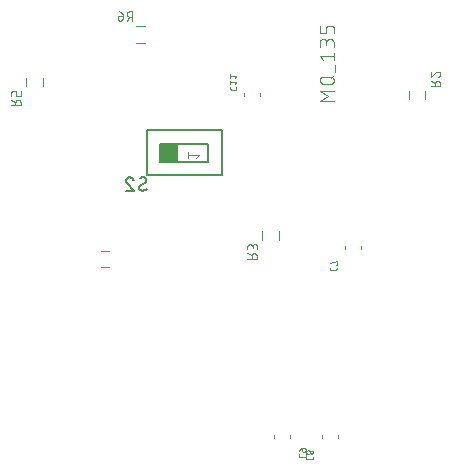
<source format=gbr>
G04 EAGLE Gerber RS-274X export*
G75*
%MOMM*%
%FSLAX34Y34*%
%LPD*%
%INSilkscreen Bottom*%
%IPPOS*%
%AMOC8*
5,1,8,0,0,1.08239X$1,22.5*%
G01*
%ADD10C,0.120000*%
%ADD11C,0.076200*%
%ADD12C,0.101600*%
%ADD13C,0.152400*%
%ADD14R,1.524000X1.524000*%
%ADD15C,0.127000*%
%ADD16C,0.050800*%


D10*
X176400Y813000D02*
X183600Y813000D01*
X183600Y827000D02*
X176400Y827000D01*
X451000Y955400D02*
X451000Y962600D01*
X437000Y962600D02*
X437000Y955400D01*
D11*
X455681Y966432D02*
X463619Y966432D01*
X463619Y968637D01*
X463617Y968729D01*
X463611Y968822D01*
X463602Y968913D01*
X463588Y969005D01*
X463571Y969095D01*
X463550Y969185D01*
X463525Y969274D01*
X463496Y969362D01*
X463464Y969449D01*
X463428Y969534D01*
X463389Y969617D01*
X463346Y969699D01*
X463300Y969779D01*
X463251Y969857D01*
X463198Y969933D01*
X463142Y970007D01*
X463083Y970078D01*
X463021Y970146D01*
X462957Y970212D01*
X462889Y970276D01*
X462820Y970336D01*
X462747Y970393D01*
X462672Y970448D01*
X462595Y970499D01*
X462517Y970547D01*
X462436Y970591D01*
X462353Y970632D01*
X462268Y970670D01*
X462183Y970704D01*
X462095Y970734D01*
X462007Y970761D01*
X461918Y970784D01*
X461827Y970803D01*
X461736Y970818D01*
X461644Y970830D01*
X461552Y970838D01*
X461460Y970842D01*
X461368Y970842D01*
X461276Y970838D01*
X461184Y970830D01*
X461092Y970818D01*
X461001Y970803D01*
X460910Y970784D01*
X460821Y970761D01*
X460733Y970734D01*
X460645Y970704D01*
X460560Y970670D01*
X460475Y970632D01*
X460392Y970591D01*
X460312Y970547D01*
X460233Y970499D01*
X460156Y970448D01*
X460081Y970393D01*
X460008Y970336D01*
X459939Y970276D01*
X459871Y970212D01*
X459807Y970146D01*
X459745Y970078D01*
X459686Y970007D01*
X459630Y969933D01*
X459577Y969857D01*
X459528Y969779D01*
X459482Y969699D01*
X459439Y969617D01*
X459400Y969534D01*
X459364Y969449D01*
X459332Y969362D01*
X459303Y969274D01*
X459278Y969185D01*
X459257Y969095D01*
X459240Y969005D01*
X459226Y968913D01*
X459217Y968822D01*
X459211Y968729D01*
X459209Y968637D01*
X459209Y966432D01*
X459209Y969078D02*
X455681Y970842D01*
X461635Y978620D02*
X461722Y978618D01*
X461808Y978612D01*
X461894Y978603D01*
X461980Y978590D01*
X462065Y978573D01*
X462149Y978552D01*
X462232Y978528D01*
X462314Y978500D01*
X462395Y978469D01*
X462474Y978434D01*
X462552Y978396D01*
X462628Y978354D01*
X462702Y978309D01*
X462774Y978261D01*
X462843Y978210D01*
X462911Y978156D01*
X462976Y978098D01*
X463039Y978039D01*
X463098Y977976D01*
X463156Y977911D01*
X463210Y977843D01*
X463261Y977774D01*
X463309Y977702D01*
X463354Y977628D01*
X463396Y977552D01*
X463434Y977474D01*
X463469Y977395D01*
X463500Y977314D01*
X463528Y977232D01*
X463552Y977149D01*
X463573Y977065D01*
X463590Y976980D01*
X463603Y976894D01*
X463612Y976808D01*
X463618Y976722D01*
X463620Y976635D01*
X463619Y976635D02*
X463617Y976535D01*
X463611Y976435D01*
X463601Y976335D01*
X463588Y976236D01*
X463570Y976137D01*
X463548Y976039D01*
X463523Y975942D01*
X463494Y975846D01*
X463461Y975752D01*
X463425Y975658D01*
X463384Y975567D01*
X463341Y975477D01*
X463293Y975388D01*
X463243Y975302D01*
X463189Y975217D01*
X463131Y975135D01*
X463071Y975055D01*
X463007Y974978D01*
X462941Y974903D01*
X462871Y974831D01*
X462799Y974761D01*
X462724Y974695D01*
X462646Y974631D01*
X462566Y974571D01*
X462484Y974514D01*
X462400Y974460D01*
X462313Y974409D01*
X462225Y974362D01*
X462135Y974318D01*
X462043Y974278D01*
X461949Y974242D01*
X461855Y974209D01*
X460091Y977958D02*
X460155Y978023D01*
X460222Y978084D01*
X460291Y978143D01*
X460363Y978199D01*
X460437Y978252D01*
X460513Y978301D01*
X460592Y978347D01*
X460672Y978390D01*
X460754Y978429D01*
X460837Y978465D01*
X460922Y978497D01*
X461008Y978526D01*
X461096Y978551D01*
X461184Y978572D01*
X461273Y978589D01*
X461363Y978603D01*
X461453Y978612D01*
X461544Y978618D01*
X461635Y978620D01*
X460091Y977958D02*
X455681Y974209D01*
X455681Y978619D01*
D10*
X327000Y843600D02*
X327000Y836400D01*
X313000Y836400D02*
X313000Y843600D01*
D11*
X308319Y820381D02*
X300381Y820381D01*
X308319Y820381D02*
X308319Y822586D01*
X308317Y822678D01*
X308311Y822771D01*
X308302Y822862D01*
X308288Y822954D01*
X308271Y823044D01*
X308250Y823134D01*
X308225Y823223D01*
X308196Y823311D01*
X308164Y823398D01*
X308128Y823483D01*
X308089Y823566D01*
X308046Y823648D01*
X308000Y823728D01*
X307951Y823806D01*
X307898Y823882D01*
X307842Y823956D01*
X307783Y824027D01*
X307721Y824095D01*
X307657Y824161D01*
X307589Y824225D01*
X307520Y824285D01*
X307447Y824342D01*
X307372Y824397D01*
X307295Y824448D01*
X307217Y824496D01*
X307136Y824540D01*
X307053Y824581D01*
X306968Y824619D01*
X306883Y824653D01*
X306795Y824683D01*
X306707Y824710D01*
X306618Y824733D01*
X306527Y824752D01*
X306436Y824767D01*
X306344Y824779D01*
X306252Y824787D01*
X306160Y824791D01*
X306068Y824791D01*
X305976Y824787D01*
X305884Y824779D01*
X305792Y824767D01*
X305701Y824752D01*
X305610Y824733D01*
X305521Y824710D01*
X305433Y824683D01*
X305345Y824653D01*
X305260Y824619D01*
X305175Y824581D01*
X305092Y824540D01*
X305012Y824496D01*
X304933Y824448D01*
X304856Y824397D01*
X304781Y824342D01*
X304708Y824285D01*
X304639Y824225D01*
X304571Y824161D01*
X304507Y824095D01*
X304445Y824027D01*
X304386Y823956D01*
X304330Y823882D01*
X304277Y823806D01*
X304228Y823728D01*
X304182Y823648D01*
X304139Y823566D01*
X304100Y823483D01*
X304064Y823398D01*
X304032Y823311D01*
X304003Y823223D01*
X303978Y823134D01*
X303957Y823044D01*
X303940Y822954D01*
X303926Y822862D01*
X303917Y822771D01*
X303911Y822678D01*
X303909Y822586D01*
X303909Y820381D01*
X303909Y823027D02*
X300381Y824791D01*
X300381Y828158D02*
X300381Y830363D01*
X300383Y830455D01*
X300389Y830548D01*
X300398Y830639D01*
X300412Y830731D01*
X300429Y830821D01*
X300450Y830911D01*
X300475Y831000D01*
X300504Y831088D01*
X300536Y831175D01*
X300572Y831260D01*
X300611Y831343D01*
X300654Y831425D01*
X300700Y831505D01*
X300749Y831583D01*
X300802Y831659D01*
X300858Y831733D01*
X300917Y831804D01*
X300979Y831872D01*
X301043Y831938D01*
X301111Y832002D01*
X301180Y832062D01*
X301253Y832119D01*
X301328Y832174D01*
X301405Y832225D01*
X301484Y832273D01*
X301564Y832317D01*
X301647Y832358D01*
X301732Y832396D01*
X301817Y832430D01*
X301905Y832460D01*
X301993Y832487D01*
X302082Y832510D01*
X302173Y832529D01*
X302264Y832544D01*
X302356Y832556D01*
X302448Y832564D01*
X302540Y832568D01*
X302632Y832568D01*
X302724Y832564D01*
X302816Y832556D01*
X302908Y832544D01*
X302999Y832529D01*
X303090Y832510D01*
X303179Y832487D01*
X303267Y832460D01*
X303355Y832430D01*
X303440Y832396D01*
X303525Y832358D01*
X303608Y832317D01*
X303689Y832273D01*
X303767Y832225D01*
X303844Y832174D01*
X303919Y832119D01*
X303992Y832062D01*
X304061Y832002D01*
X304129Y831938D01*
X304193Y831872D01*
X304255Y831804D01*
X304314Y831733D01*
X304370Y831659D01*
X304423Y831583D01*
X304472Y831505D01*
X304518Y831425D01*
X304561Y831343D01*
X304600Y831260D01*
X304636Y831175D01*
X304668Y831088D01*
X304697Y831000D01*
X304722Y830911D01*
X304743Y830821D01*
X304760Y830731D01*
X304774Y830639D01*
X304783Y830548D01*
X304789Y830455D01*
X304791Y830363D01*
X308319Y830804D02*
X308319Y828158D01*
X308319Y830804D02*
X308317Y830887D01*
X308311Y830969D01*
X308302Y831051D01*
X308288Y831133D01*
X308271Y831214D01*
X308250Y831294D01*
X308225Y831373D01*
X308196Y831450D01*
X308164Y831527D01*
X308129Y831601D01*
X308090Y831674D01*
X308047Y831745D01*
X308001Y831814D01*
X307952Y831881D01*
X307900Y831945D01*
X307845Y832007D01*
X307788Y832066D01*
X307727Y832122D01*
X307664Y832176D01*
X307599Y832226D01*
X307531Y832274D01*
X307461Y832318D01*
X307389Y832358D01*
X307315Y832396D01*
X307240Y832430D01*
X307163Y832460D01*
X307084Y832487D01*
X307005Y832510D01*
X306924Y832529D01*
X306843Y832544D01*
X306761Y832556D01*
X306679Y832564D01*
X306596Y832568D01*
X306514Y832568D01*
X306431Y832564D01*
X306349Y832556D01*
X306267Y832544D01*
X306186Y832529D01*
X306105Y832510D01*
X306026Y832487D01*
X305947Y832460D01*
X305870Y832430D01*
X305795Y832396D01*
X305721Y832358D01*
X305649Y832318D01*
X305579Y832274D01*
X305511Y832226D01*
X305446Y832176D01*
X305383Y832122D01*
X305322Y832066D01*
X305265Y832007D01*
X305210Y831945D01*
X305158Y831881D01*
X305109Y831814D01*
X305063Y831745D01*
X305020Y831674D01*
X304981Y831601D01*
X304946Y831527D01*
X304914Y831450D01*
X304885Y831373D01*
X304860Y831294D01*
X304839Y831214D01*
X304822Y831133D01*
X304808Y831051D01*
X304799Y830969D01*
X304793Y830887D01*
X304791Y830804D01*
X304791Y829040D01*
D12*
X361808Y954108D02*
X373492Y954108D01*
X368299Y958003D02*
X361808Y954108D01*
X368299Y958003D02*
X361808Y961897D01*
X373492Y961897D01*
X370246Y967997D02*
X365054Y967997D01*
X364941Y967999D01*
X364828Y968005D01*
X364715Y968015D01*
X364602Y968029D01*
X364490Y968046D01*
X364379Y968068D01*
X364269Y968093D01*
X364159Y968123D01*
X364051Y968156D01*
X363944Y968193D01*
X363838Y968233D01*
X363734Y968278D01*
X363631Y968326D01*
X363530Y968377D01*
X363431Y968432D01*
X363334Y968490D01*
X363239Y968552D01*
X363146Y968617D01*
X363056Y968685D01*
X362968Y968756D01*
X362882Y968831D01*
X362799Y968908D01*
X362719Y968988D01*
X362642Y969071D01*
X362567Y969157D01*
X362496Y969245D01*
X362428Y969335D01*
X362363Y969428D01*
X362301Y969523D01*
X362243Y969620D01*
X362188Y969719D01*
X362137Y969820D01*
X362089Y969923D01*
X362044Y970027D01*
X362004Y970133D01*
X361967Y970240D01*
X361934Y970348D01*
X361904Y970458D01*
X361879Y970568D01*
X361857Y970679D01*
X361840Y970791D01*
X361826Y970904D01*
X361816Y971017D01*
X361810Y971130D01*
X361808Y971243D01*
X361810Y971356D01*
X361816Y971469D01*
X361826Y971582D01*
X361840Y971695D01*
X361857Y971807D01*
X361879Y971918D01*
X361904Y972028D01*
X361934Y972138D01*
X361967Y972246D01*
X362004Y972353D01*
X362044Y972459D01*
X362089Y972563D01*
X362137Y972666D01*
X362188Y972767D01*
X362243Y972866D01*
X362301Y972963D01*
X362363Y973058D01*
X362428Y973151D01*
X362496Y973241D01*
X362567Y973329D01*
X362642Y973415D01*
X362719Y973498D01*
X362799Y973578D01*
X362882Y973655D01*
X362968Y973730D01*
X363056Y973801D01*
X363146Y973869D01*
X363239Y973934D01*
X363334Y973996D01*
X363431Y974054D01*
X363530Y974109D01*
X363631Y974160D01*
X363734Y974208D01*
X363838Y974253D01*
X363944Y974293D01*
X364051Y974330D01*
X364159Y974363D01*
X364269Y974393D01*
X364379Y974418D01*
X364490Y974440D01*
X364602Y974457D01*
X364715Y974471D01*
X364828Y974481D01*
X364941Y974487D01*
X365054Y974489D01*
X365054Y974488D02*
X370246Y974488D01*
X370246Y974489D02*
X370359Y974487D01*
X370472Y974481D01*
X370585Y974471D01*
X370698Y974457D01*
X370810Y974440D01*
X370921Y974418D01*
X371031Y974393D01*
X371141Y974363D01*
X371249Y974330D01*
X371356Y974293D01*
X371462Y974253D01*
X371566Y974208D01*
X371669Y974160D01*
X371770Y974109D01*
X371869Y974054D01*
X371966Y973996D01*
X372061Y973934D01*
X372154Y973869D01*
X372244Y973801D01*
X372332Y973730D01*
X372418Y973655D01*
X372501Y973578D01*
X372581Y973498D01*
X372658Y973415D01*
X372733Y973329D01*
X372804Y973241D01*
X372872Y973151D01*
X372937Y973058D01*
X372999Y972963D01*
X373057Y972866D01*
X373112Y972767D01*
X373163Y972666D01*
X373211Y972563D01*
X373256Y972459D01*
X373296Y972353D01*
X373333Y972246D01*
X373366Y972138D01*
X373396Y972028D01*
X373421Y971918D01*
X373443Y971807D01*
X373460Y971695D01*
X373474Y971582D01*
X373484Y971469D01*
X373490Y971356D01*
X373492Y971243D01*
X373490Y971130D01*
X373484Y971017D01*
X373474Y970904D01*
X373460Y970791D01*
X373443Y970679D01*
X373421Y970568D01*
X373396Y970458D01*
X373366Y970348D01*
X373333Y970240D01*
X373296Y970133D01*
X373256Y970027D01*
X373211Y969923D01*
X373163Y969820D01*
X373112Y969719D01*
X373057Y969620D01*
X372999Y969523D01*
X372937Y969428D01*
X372872Y969335D01*
X372804Y969245D01*
X372733Y969157D01*
X372658Y969071D01*
X372581Y968988D01*
X372501Y968908D01*
X372418Y968831D01*
X372332Y968756D01*
X372244Y968685D01*
X372154Y968617D01*
X372061Y968552D01*
X371966Y968490D01*
X371869Y968432D01*
X371770Y968377D01*
X371669Y968326D01*
X371566Y968278D01*
X371462Y968233D01*
X371356Y968193D01*
X371249Y968156D01*
X371141Y968123D01*
X371031Y968093D01*
X370921Y968068D01*
X370810Y968046D01*
X370698Y968029D01*
X370585Y968015D01*
X370472Y968005D01*
X370359Y967999D01*
X370246Y967997D01*
X370896Y973190D02*
X373492Y975787D01*
X374790Y978647D02*
X374790Y983840D01*
X364404Y988285D02*
X361808Y991531D01*
X373492Y991531D01*
X373492Y994776D02*
X373492Y988285D01*
X373492Y999715D02*
X373492Y1002961D01*
X373490Y1003074D01*
X373484Y1003187D01*
X373474Y1003300D01*
X373460Y1003413D01*
X373443Y1003525D01*
X373421Y1003636D01*
X373396Y1003746D01*
X373366Y1003856D01*
X373333Y1003964D01*
X373296Y1004071D01*
X373256Y1004177D01*
X373211Y1004281D01*
X373163Y1004384D01*
X373112Y1004485D01*
X373057Y1004584D01*
X372999Y1004681D01*
X372937Y1004776D01*
X372872Y1004869D01*
X372804Y1004959D01*
X372733Y1005047D01*
X372658Y1005133D01*
X372581Y1005216D01*
X372501Y1005296D01*
X372418Y1005373D01*
X372332Y1005448D01*
X372244Y1005519D01*
X372154Y1005587D01*
X372061Y1005652D01*
X371966Y1005714D01*
X371869Y1005772D01*
X371770Y1005827D01*
X371669Y1005878D01*
X371566Y1005926D01*
X371462Y1005971D01*
X371356Y1006011D01*
X371249Y1006048D01*
X371141Y1006081D01*
X371031Y1006111D01*
X370921Y1006136D01*
X370810Y1006158D01*
X370698Y1006175D01*
X370585Y1006189D01*
X370472Y1006199D01*
X370359Y1006205D01*
X370246Y1006207D01*
X370133Y1006205D01*
X370020Y1006199D01*
X369907Y1006189D01*
X369794Y1006175D01*
X369682Y1006158D01*
X369571Y1006136D01*
X369461Y1006111D01*
X369351Y1006081D01*
X369243Y1006048D01*
X369136Y1006011D01*
X369030Y1005971D01*
X368926Y1005926D01*
X368823Y1005878D01*
X368722Y1005827D01*
X368623Y1005772D01*
X368526Y1005714D01*
X368431Y1005652D01*
X368338Y1005587D01*
X368248Y1005519D01*
X368160Y1005448D01*
X368074Y1005373D01*
X367991Y1005296D01*
X367911Y1005216D01*
X367834Y1005133D01*
X367759Y1005047D01*
X367688Y1004959D01*
X367620Y1004869D01*
X367555Y1004776D01*
X367493Y1004681D01*
X367435Y1004584D01*
X367380Y1004485D01*
X367329Y1004384D01*
X367281Y1004281D01*
X367236Y1004177D01*
X367196Y1004071D01*
X367159Y1003964D01*
X367126Y1003856D01*
X367096Y1003746D01*
X367071Y1003636D01*
X367049Y1003525D01*
X367032Y1003413D01*
X367018Y1003300D01*
X367008Y1003187D01*
X367002Y1003074D01*
X367000Y1002961D01*
X361808Y1003610D02*
X361808Y999715D01*
X361808Y1003610D02*
X361810Y1003711D01*
X361816Y1003811D01*
X361826Y1003911D01*
X361839Y1004011D01*
X361857Y1004110D01*
X361878Y1004209D01*
X361903Y1004306D01*
X361932Y1004403D01*
X361965Y1004498D01*
X362001Y1004592D01*
X362041Y1004684D01*
X362084Y1004775D01*
X362131Y1004864D01*
X362181Y1004951D01*
X362235Y1005037D01*
X362292Y1005120D01*
X362352Y1005200D01*
X362415Y1005279D01*
X362482Y1005355D01*
X362551Y1005428D01*
X362623Y1005498D01*
X362697Y1005566D01*
X362774Y1005631D01*
X362854Y1005692D01*
X362936Y1005751D01*
X363020Y1005806D01*
X363106Y1005858D01*
X363194Y1005907D01*
X363284Y1005952D01*
X363376Y1005994D01*
X363469Y1006032D01*
X363564Y1006066D01*
X363659Y1006097D01*
X363756Y1006124D01*
X363854Y1006147D01*
X363953Y1006167D01*
X364053Y1006182D01*
X364153Y1006194D01*
X364253Y1006202D01*
X364354Y1006206D01*
X364454Y1006206D01*
X364555Y1006202D01*
X364655Y1006194D01*
X364755Y1006182D01*
X364855Y1006167D01*
X364954Y1006147D01*
X365052Y1006124D01*
X365149Y1006097D01*
X365244Y1006066D01*
X365339Y1006032D01*
X365432Y1005994D01*
X365524Y1005952D01*
X365614Y1005907D01*
X365702Y1005858D01*
X365788Y1005806D01*
X365872Y1005751D01*
X365954Y1005692D01*
X366034Y1005631D01*
X366111Y1005566D01*
X366185Y1005498D01*
X366257Y1005428D01*
X366326Y1005355D01*
X366393Y1005279D01*
X366456Y1005200D01*
X366516Y1005120D01*
X366573Y1005037D01*
X366627Y1004951D01*
X366677Y1004864D01*
X366724Y1004775D01*
X366767Y1004684D01*
X366807Y1004592D01*
X366843Y1004498D01*
X366876Y1004403D01*
X366905Y1004306D01*
X366930Y1004209D01*
X366951Y1004110D01*
X366969Y1004011D01*
X366982Y1003911D01*
X366992Y1003811D01*
X366998Y1003711D01*
X367000Y1003610D01*
X367001Y1003610D02*
X367001Y1001013D01*
X373492Y1011145D02*
X373492Y1015040D01*
X373490Y1015139D01*
X373484Y1015239D01*
X373475Y1015338D01*
X373462Y1015436D01*
X373445Y1015534D01*
X373424Y1015632D01*
X373399Y1015728D01*
X373371Y1015823D01*
X373339Y1015917D01*
X373304Y1016010D01*
X373265Y1016102D01*
X373222Y1016192D01*
X373177Y1016280D01*
X373127Y1016367D01*
X373075Y1016451D01*
X373019Y1016534D01*
X372961Y1016614D01*
X372899Y1016692D01*
X372834Y1016767D01*
X372766Y1016840D01*
X372696Y1016910D01*
X372623Y1016978D01*
X372548Y1017043D01*
X372470Y1017105D01*
X372390Y1017163D01*
X372307Y1017219D01*
X372223Y1017271D01*
X372136Y1017321D01*
X372048Y1017366D01*
X371958Y1017409D01*
X371866Y1017448D01*
X371773Y1017483D01*
X371679Y1017515D01*
X371584Y1017543D01*
X371488Y1017568D01*
X371390Y1017589D01*
X371292Y1017606D01*
X371194Y1017619D01*
X371095Y1017628D01*
X370995Y1017634D01*
X370896Y1017636D01*
X369597Y1017636D01*
X369498Y1017634D01*
X369398Y1017628D01*
X369299Y1017619D01*
X369201Y1017606D01*
X369103Y1017589D01*
X369005Y1017568D01*
X368909Y1017543D01*
X368814Y1017515D01*
X368720Y1017483D01*
X368627Y1017448D01*
X368535Y1017409D01*
X368445Y1017366D01*
X368357Y1017321D01*
X368270Y1017271D01*
X368186Y1017219D01*
X368103Y1017163D01*
X368023Y1017105D01*
X367945Y1017043D01*
X367870Y1016978D01*
X367797Y1016910D01*
X367727Y1016840D01*
X367659Y1016767D01*
X367594Y1016692D01*
X367532Y1016614D01*
X367474Y1016534D01*
X367418Y1016451D01*
X367366Y1016367D01*
X367316Y1016280D01*
X367271Y1016192D01*
X367228Y1016102D01*
X367189Y1016010D01*
X367154Y1015917D01*
X367122Y1015823D01*
X367094Y1015728D01*
X367069Y1015632D01*
X367048Y1015534D01*
X367031Y1015436D01*
X367018Y1015338D01*
X367009Y1015239D01*
X367003Y1015139D01*
X367001Y1015040D01*
X367001Y1011145D01*
X361808Y1011145D01*
X361808Y1017636D01*
D13*
X279004Y929050D02*
X279004Y890950D01*
X214996Y890950D01*
X214996Y929050D01*
X279004Y929050D01*
X226680Y917620D02*
X226680Y902380D01*
X267320Y902380D02*
X267320Y917620D01*
X267320Y902380D02*
X226680Y902380D01*
X226680Y917620D02*
X267320Y917620D01*
D11*
X259319Y908278D02*
X257231Y905668D01*
X259319Y908278D02*
X249921Y908278D01*
X249921Y905668D02*
X249921Y910889D01*
D14*
X234300Y910000D03*
D15*
X208684Y880475D02*
X208686Y880375D01*
X208692Y880276D01*
X208702Y880176D01*
X208715Y880078D01*
X208733Y879979D01*
X208754Y879882D01*
X208779Y879786D01*
X208808Y879690D01*
X208841Y879596D01*
X208877Y879503D01*
X208917Y879412D01*
X208961Y879322D01*
X209008Y879234D01*
X209058Y879148D01*
X209112Y879064D01*
X209169Y878982D01*
X209229Y878903D01*
X209293Y878825D01*
X209359Y878751D01*
X209428Y878679D01*
X209500Y878610D01*
X209574Y878544D01*
X209652Y878480D01*
X209731Y878420D01*
X209813Y878363D01*
X209897Y878309D01*
X209983Y878259D01*
X210071Y878212D01*
X210161Y878168D01*
X210252Y878128D01*
X210345Y878092D01*
X210439Y878059D01*
X210535Y878030D01*
X210631Y878005D01*
X210728Y877984D01*
X210827Y877966D01*
X210925Y877953D01*
X211025Y877943D01*
X211124Y877937D01*
X211224Y877935D01*
X211365Y877937D01*
X211506Y877942D01*
X211647Y877952D01*
X211788Y877965D01*
X211928Y877981D01*
X212068Y878002D01*
X212207Y878026D01*
X212346Y878054D01*
X212483Y878085D01*
X212620Y878120D01*
X212756Y878158D01*
X212891Y878200D01*
X213024Y878246D01*
X213157Y878295D01*
X213288Y878348D01*
X213417Y878404D01*
X213546Y878463D01*
X213672Y878526D01*
X213797Y878592D01*
X213920Y878661D01*
X214041Y878734D01*
X214160Y878810D01*
X214278Y878889D01*
X214393Y878970D01*
X214505Y879055D01*
X214616Y879143D01*
X214724Y879234D01*
X214830Y879327D01*
X214933Y879424D01*
X215034Y879523D01*
X214717Y886825D02*
X214715Y886925D01*
X214709Y887024D01*
X214699Y887124D01*
X214686Y887222D01*
X214668Y887321D01*
X214647Y887418D01*
X214622Y887514D01*
X214593Y887610D01*
X214560Y887704D01*
X214524Y887797D01*
X214484Y887888D01*
X214440Y887978D01*
X214393Y888066D01*
X214343Y888152D01*
X214289Y888236D01*
X214232Y888318D01*
X214172Y888397D01*
X214108Y888475D01*
X214042Y888549D01*
X213973Y888621D01*
X213901Y888690D01*
X213827Y888756D01*
X213749Y888820D01*
X213670Y888880D01*
X213588Y888937D01*
X213504Y888991D01*
X213418Y889041D01*
X213330Y889088D01*
X213240Y889132D01*
X213149Y889172D01*
X213056Y889208D01*
X212962Y889241D01*
X212866Y889270D01*
X212770Y889295D01*
X212673Y889316D01*
X212574Y889334D01*
X212476Y889347D01*
X212376Y889357D01*
X212277Y889363D01*
X212177Y889365D01*
X212177Y889366D02*
X212044Y889364D01*
X211911Y889359D01*
X211778Y889349D01*
X211645Y889336D01*
X211513Y889319D01*
X211381Y889299D01*
X211250Y889275D01*
X211120Y889247D01*
X210990Y889216D01*
X210862Y889181D01*
X210734Y889142D01*
X210608Y889100D01*
X210483Y889054D01*
X210359Y889005D01*
X210236Y888953D01*
X210115Y888897D01*
X209996Y888837D01*
X209878Y888775D01*
X209763Y888709D01*
X209649Y888640D01*
X209537Y888567D01*
X209427Y888492D01*
X209319Y888413D01*
X213447Y884602D02*
X213531Y884654D01*
X213614Y884709D01*
X213694Y884768D01*
X213772Y884829D01*
X213847Y884893D01*
X213920Y884961D01*
X213991Y885031D01*
X214058Y885103D01*
X214123Y885178D01*
X214185Y885256D01*
X214244Y885336D01*
X214300Y885418D01*
X214352Y885502D01*
X214401Y885588D01*
X214447Y885676D01*
X214490Y885766D01*
X214529Y885857D01*
X214564Y885950D01*
X214596Y886044D01*
X214624Y886139D01*
X214649Y886235D01*
X214669Y886332D01*
X214687Y886430D01*
X214700Y886528D01*
X214709Y886627D01*
X214715Y886726D01*
X214717Y886825D01*
X209954Y882698D02*
X209870Y882646D01*
X209787Y882591D01*
X209707Y882532D01*
X209629Y882471D01*
X209554Y882407D01*
X209481Y882339D01*
X209410Y882269D01*
X209343Y882197D01*
X209278Y882122D01*
X209216Y882044D01*
X209157Y881964D01*
X209101Y881882D01*
X209049Y881798D01*
X209000Y881712D01*
X208954Y881624D01*
X208911Y881534D01*
X208872Y881443D01*
X208837Y881350D01*
X208805Y881256D01*
X208777Y881161D01*
X208752Y881065D01*
X208732Y880968D01*
X208714Y880870D01*
X208701Y880772D01*
X208692Y880673D01*
X208686Y880574D01*
X208684Y880475D01*
X209954Y882698D02*
X213447Y884603D01*
X200493Y889366D02*
X200389Y889364D01*
X200284Y889358D01*
X200180Y889349D01*
X200077Y889336D01*
X199974Y889318D01*
X199872Y889298D01*
X199770Y889273D01*
X199670Y889245D01*
X199570Y889213D01*
X199472Y889177D01*
X199375Y889138D01*
X199280Y889096D01*
X199186Y889050D01*
X199094Y889000D01*
X199004Y888948D01*
X198916Y888892D01*
X198830Y888832D01*
X198746Y888770D01*
X198665Y888705D01*
X198586Y888637D01*
X198509Y888565D01*
X198436Y888492D01*
X198364Y888415D01*
X198296Y888336D01*
X198231Y888255D01*
X198169Y888171D01*
X198109Y888085D01*
X198053Y887997D01*
X198001Y887907D01*
X197951Y887815D01*
X197905Y887721D01*
X197863Y887626D01*
X197824Y887529D01*
X197788Y887431D01*
X197756Y887331D01*
X197728Y887231D01*
X197703Y887129D01*
X197683Y887027D01*
X197665Y886924D01*
X197652Y886821D01*
X197643Y886717D01*
X197637Y886612D01*
X197635Y886508D01*
X200493Y889365D02*
X200611Y889363D01*
X200730Y889357D01*
X200848Y889348D01*
X200965Y889335D01*
X201082Y889317D01*
X201199Y889297D01*
X201315Y889272D01*
X201430Y889244D01*
X201543Y889211D01*
X201656Y889176D01*
X201768Y889136D01*
X201878Y889094D01*
X201987Y889047D01*
X202095Y888997D01*
X202200Y888944D01*
X202304Y888887D01*
X202406Y888827D01*
X202506Y888764D01*
X202604Y888697D01*
X202700Y888628D01*
X202793Y888555D01*
X202884Y888479D01*
X202973Y888401D01*
X203059Y888319D01*
X203142Y888235D01*
X203223Y888149D01*
X203300Y888059D01*
X203375Y887968D01*
X203447Y887874D01*
X203516Y887777D01*
X203581Y887679D01*
X203644Y887578D01*
X203703Y887475D01*
X203759Y887371D01*
X203811Y887265D01*
X203860Y887157D01*
X203905Y887048D01*
X203947Y886937D01*
X203985Y886825D01*
X198587Y884286D02*
X198511Y884361D01*
X198436Y884440D01*
X198365Y884521D01*
X198296Y884605D01*
X198231Y884691D01*
X198169Y884779D01*
X198109Y884869D01*
X198053Y884961D01*
X198000Y885056D01*
X197951Y885152D01*
X197905Y885250D01*
X197862Y885349D01*
X197823Y885450D01*
X197788Y885552D01*
X197756Y885655D01*
X197728Y885759D01*
X197703Y885864D01*
X197682Y885971D01*
X197665Y886077D01*
X197652Y886184D01*
X197643Y886292D01*
X197637Y886400D01*
X197635Y886508D01*
X198588Y884285D02*
X203985Y877935D01*
X197635Y877935D01*
D10*
X113000Y966400D02*
X113000Y973600D01*
X127000Y973600D02*
X127000Y966400D01*
D11*
X108319Y950381D02*
X100381Y950381D01*
X108319Y950381D02*
X108319Y952586D01*
X108317Y952678D01*
X108311Y952771D01*
X108302Y952862D01*
X108288Y952954D01*
X108271Y953044D01*
X108250Y953134D01*
X108225Y953223D01*
X108196Y953311D01*
X108164Y953398D01*
X108128Y953483D01*
X108089Y953566D01*
X108046Y953648D01*
X108000Y953728D01*
X107951Y953806D01*
X107898Y953882D01*
X107842Y953956D01*
X107783Y954027D01*
X107721Y954095D01*
X107657Y954161D01*
X107589Y954225D01*
X107520Y954285D01*
X107447Y954342D01*
X107372Y954397D01*
X107295Y954448D01*
X107217Y954496D01*
X107136Y954540D01*
X107053Y954581D01*
X106968Y954619D01*
X106883Y954653D01*
X106795Y954683D01*
X106707Y954710D01*
X106618Y954733D01*
X106527Y954752D01*
X106436Y954767D01*
X106344Y954779D01*
X106252Y954787D01*
X106160Y954791D01*
X106068Y954791D01*
X105976Y954787D01*
X105884Y954779D01*
X105792Y954767D01*
X105701Y954752D01*
X105610Y954733D01*
X105521Y954710D01*
X105433Y954683D01*
X105345Y954653D01*
X105260Y954619D01*
X105175Y954581D01*
X105092Y954540D01*
X105012Y954496D01*
X104933Y954448D01*
X104856Y954397D01*
X104781Y954342D01*
X104708Y954285D01*
X104639Y954225D01*
X104571Y954161D01*
X104507Y954095D01*
X104445Y954027D01*
X104386Y953956D01*
X104330Y953882D01*
X104277Y953806D01*
X104228Y953728D01*
X104182Y953648D01*
X104139Y953566D01*
X104100Y953483D01*
X104064Y953398D01*
X104032Y953311D01*
X104003Y953223D01*
X103978Y953134D01*
X103957Y953044D01*
X103940Y952954D01*
X103926Y952862D01*
X103917Y952771D01*
X103911Y952678D01*
X103909Y952586D01*
X103909Y950381D01*
X103909Y953027D02*
X100381Y954791D01*
X100381Y958158D02*
X100381Y960804D01*
X100383Y960885D01*
X100389Y960967D01*
X100398Y961048D01*
X100411Y961128D01*
X100428Y961208D01*
X100448Y961287D01*
X100472Y961365D01*
X100500Y961441D01*
X100531Y961517D01*
X100566Y961590D01*
X100604Y961662D01*
X100645Y961733D01*
X100690Y961801D01*
X100737Y961867D01*
X100788Y961931D01*
X100841Y961992D01*
X100898Y962051D01*
X100957Y962108D01*
X101018Y962161D01*
X101082Y962212D01*
X101148Y962259D01*
X101216Y962304D01*
X101287Y962345D01*
X101359Y962383D01*
X101432Y962418D01*
X101508Y962449D01*
X101584Y962477D01*
X101662Y962501D01*
X101741Y962521D01*
X101821Y962538D01*
X101901Y962551D01*
X101982Y962560D01*
X102064Y962566D01*
X102145Y962568D01*
X103027Y962568D01*
X103108Y962566D01*
X103190Y962560D01*
X103271Y962551D01*
X103351Y962538D01*
X103431Y962521D01*
X103510Y962501D01*
X103588Y962477D01*
X103664Y962449D01*
X103740Y962418D01*
X103813Y962383D01*
X103885Y962345D01*
X103956Y962304D01*
X104024Y962259D01*
X104090Y962212D01*
X104154Y962161D01*
X104215Y962108D01*
X104274Y962051D01*
X104331Y961992D01*
X104384Y961931D01*
X104435Y961867D01*
X104482Y961801D01*
X104527Y961733D01*
X104568Y961662D01*
X104606Y961590D01*
X104641Y961517D01*
X104672Y961441D01*
X104700Y961365D01*
X104724Y961287D01*
X104744Y961208D01*
X104761Y961128D01*
X104774Y961048D01*
X104783Y960967D01*
X104789Y960885D01*
X104791Y960804D01*
X104791Y958158D01*
X108319Y958158D01*
X108319Y962568D01*
D10*
X206400Y1003000D02*
X213600Y1003000D01*
X213600Y1017000D02*
X206400Y1017000D01*
D11*
X202568Y1021681D02*
X202568Y1029619D01*
X200363Y1029619D01*
X200271Y1029617D01*
X200178Y1029611D01*
X200087Y1029602D01*
X199995Y1029588D01*
X199905Y1029571D01*
X199815Y1029550D01*
X199726Y1029525D01*
X199638Y1029496D01*
X199551Y1029464D01*
X199466Y1029428D01*
X199383Y1029389D01*
X199301Y1029346D01*
X199221Y1029300D01*
X199143Y1029251D01*
X199067Y1029198D01*
X198993Y1029142D01*
X198922Y1029083D01*
X198854Y1029021D01*
X198788Y1028957D01*
X198724Y1028889D01*
X198664Y1028820D01*
X198607Y1028747D01*
X198552Y1028672D01*
X198501Y1028595D01*
X198453Y1028517D01*
X198409Y1028436D01*
X198368Y1028353D01*
X198330Y1028268D01*
X198296Y1028183D01*
X198266Y1028095D01*
X198239Y1028007D01*
X198216Y1027918D01*
X198197Y1027827D01*
X198182Y1027736D01*
X198170Y1027644D01*
X198162Y1027552D01*
X198158Y1027460D01*
X198158Y1027368D01*
X198162Y1027276D01*
X198170Y1027184D01*
X198182Y1027092D01*
X198197Y1027001D01*
X198216Y1026910D01*
X198239Y1026821D01*
X198266Y1026733D01*
X198296Y1026645D01*
X198330Y1026560D01*
X198368Y1026475D01*
X198409Y1026392D01*
X198453Y1026312D01*
X198501Y1026233D01*
X198552Y1026156D01*
X198607Y1026081D01*
X198664Y1026008D01*
X198724Y1025939D01*
X198788Y1025871D01*
X198854Y1025807D01*
X198922Y1025745D01*
X198993Y1025686D01*
X199067Y1025630D01*
X199143Y1025577D01*
X199221Y1025528D01*
X199301Y1025482D01*
X199383Y1025439D01*
X199466Y1025400D01*
X199551Y1025364D01*
X199638Y1025332D01*
X199726Y1025303D01*
X199815Y1025278D01*
X199905Y1025257D01*
X199995Y1025240D01*
X200087Y1025226D01*
X200178Y1025217D01*
X200271Y1025211D01*
X200363Y1025209D01*
X202568Y1025209D01*
X199922Y1025209D02*
X198158Y1021681D01*
X194791Y1026091D02*
X192145Y1026091D01*
X192064Y1026089D01*
X191982Y1026083D01*
X191901Y1026074D01*
X191821Y1026061D01*
X191741Y1026044D01*
X191662Y1026024D01*
X191584Y1026000D01*
X191508Y1025972D01*
X191432Y1025941D01*
X191359Y1025906D01*
X191287Y1025868D01*
X191216Y1025827D01*
X191148Y1025782D01*
X191082Y1025735D01*
X191018Y1025684D01*
X190957Y1025631D01*
X190898Y1025574D01*
X190841Y1025515D01*
X190788Y1025454D01*
X190737Y1025390D01*
X190690Y1025324D01*
X190645Y1025256D01*
X190604Y1025185D01*
X190566Y1025113D01*
X190531Y1025040D01*
X190500Y1024964D01*
X190472Y1024888D01*
X190448Y1024810D01*
X190428Y1024731D01*
X190411Y1024651D01*
X190398Y1024571D01*
X190389Y1024490D01*
X190383Y1024408D01*
X190381Y1024327D01*
X190381Y1023886D01*
X190383Y1023794D01*
X190389Y1023701D01*
X190398Y1023610D01*
X190412Y1023518D01*
X190429Y1023428D01*
X190450Y1023338D01*
X190475Y1023249D01*
X190504Y1023161D01*
X190536Y1023074D01*
X190572Y1022989D01*
X190611Y1022906D01*
X190654Y1022824D01*
X190700Y1022744D01*
X190749Y1022666D01*
X190802Y1022590D01*
X190858Y1022516D01*
X190917Y1022445D01*
X190979Y1022377D01*
X191043Y1022311D01*
X191111Y1022247D01*
X191180Y1022187D01*
X191253Y1022130D01*
X191328Y1022075D01*
X191405Y1022024D01*
X191484Y1021976D01*
X191564Y1021932D01*
X191647Y1021891D01*
X191732Y1021853D01*
X191817Y1021819D01*
X191905Y1021789D01*
X191993Y1021762D01*
X192082Y1021739D01*
X192173Y1021720D01*
X192264Y1021705D01*
X192356Y1021693D01*
X192448Y1021685D01*
X192540Y1021681D01*
X192632Y1021681D01*
X192724Y1021685D01*
X192816Y1021693D01*
X192908Y1021705D01*
X192999Y1021720D01*
X193090Y1021739D01*
X193179Y1021762D01*
X193267Y1021789D01*
X193355Y1021819D01*
X193440Y1021853D01*
X193525Y1021891D01*
X193608Y1021932D01*
X193689Y1021976D01*
X193767Y1022024D01*
X193844Y1022075D01*
X193919Y1022130D01*
X193992Y1022187D01*
X194061Y1022247D01*
X194129Y1022311D01*
X194193Y1022377D01*
X194255Y1022445D01*
X194314Y1022516D01*
X194370Y1022590D01*
X194423Y1022666D01*
X194472Y1022744D01*
X194518Y1022824D01*
X194561Y1022906D01*
X194600Y1022989D01*
X194636Y1023074D01*
X194668Y1023161D01*
X194697Y1023249D01*
X194722Y1023338D01*
X194743Y1023428D01*
X194760Y1023518D01*
X194774Y1023610D01*
X194783Y1023701D01*
X194789Y1023794D01*
X194791Y1023886D01*
X194791Y1026091D01*
X194789Y1026209D01*
X194783Y1026327D01*
X194773Y1026444D01*
X194760Y1026561D01*
X194742Y1026678D01*
X194720Y1026794D01*
X194695Y1026909D01*
X194666Y1027023D01*
X194633Y1027136D01*
X194596Y1027248D01*
X194555Y1027359D01*
X194511Y1027468D01*
X194463Y1027576D01*
X194412Y1027682D01*
X194357Y1027786D01*
X194298Y1027889D01*
X194237Y1027989D01*
X194172Y1028088D01*
X194103Y1028184D01*
X194032Y1028277D01*
X193957Y1028369D01*
X193880Y1028458D01*
X193799Y1028544D01*
X193716Y1028627D01*
X193630Y1028708D01*
X193541Y1028785D01*
X193449Y1028860D01*
X193356Y1028931D01*
X193260Y1029000D01*
X193161Y1029065D01*
X193061Y1029126D01*
X192958Y1029185D01*
X192854Y1029240D01*
X192748Y1029291D01*
X192640Y1029339D01*
X192531Y1029383D01*
X192420Y1029424D01*
X192308Y1029461D01*
X192195Y1029494D01*
X192081Y1029523D01*
X191966Y1029548D01*
X191850Y1029570D01*
X191733Y1029588D01*
X191616Y1029601D01*
X191499Y1029611D01*
X191381Y1029617D01*
X191263Y1029619D01*
D10*
X396800Y831350D02*
X396800Y828650D01*
X383200Y828650D02*
X383200Y831350D01*
D16*
X370254Y812738D02*
X370254Y811496D01*
X370256Y811426D01*
X370262Y811357D01*
X370272Y811288D01*
X370285Y811220D01*
X370303Y811152D01*
X370324Y811086D01*
X370349Y811021D01*
X370377Y810957D01*
X370409Y810895D01*
X370444Y810835D01*
X370483Y810777D01*
X370525Y810722D01*
X370570Y810668D01*
X370618Y810618D01*
X370668Y810570D01*
X370722Y810525D01*
X370777Y810483D01*
X370835Y810444D01*
X370895Y810409D01*
X370957Y810377D01*
X371021Y810349D01*
X371086Y810324D01*
X371152Y810303D01*
X371220Y810285D01*
X371288Y810272D01*
X371357Y810262D01*
X371426Y810256D01*
X371496Y810254D01*
X374600Y810254D01*
X374670Y810256D01*
X374739Y810262D01*
X374808Y810272D01*
X374876Y810285D01*
X374944Y810303D01*
X375010Y810324D01*
X375075Y810349D01*
X375139Y810377D01*
X375201Y810409D01*
X375261Y810444D01*
X375319Y810483D01*
X375374Y810525D01*
X375428Y810570D01*
X375478Y810618D01*
X375526Y810668D01*
X375571Y810722D01*
X375613Y810777D01*
X375652Y810835D01*
X375687Y810895D01*
X375719Y810957D01*
X375747Y811021D01*
X375772Y811086D01*
X375793Y811152D01*
X375811Y811220D01*
X375824Y811288D01*
X375834Y811357D01*
X375840Y811426D01*
X375842Y811496D01*
X375842Y812738D01*
X375842Y814842D02*
X375221Y814842D01*
X375842Y814842D02*
X375842Y817947D01*
X370254Y816394D01*
D10*
X363200Y671350D02*
X363200Y668650D01*
X376800Y668650D02*
X376800Y671350D01*
D16*
X350254Y652738D02*
X350254Y651496D01*
X350256Y651426D01*
X350262Y651357D01*
X350272Y651288D01*
X350285Y651220D01*
X350303Y651152D01*
X350324Y651086D01*
X350349Y651021D01*
X350377Y650957D01*
X350409Y650895D01*
X350444Y650835D01*
X350483Y650777D01*
X350525Y650722D01*
X350570Y650668D01*
X350618Y650618D01*
X350668Y650570D01*
X350722Y650525D01*
X350777Y650483D01*
X350835Y650444D01*
X350895Y650409D01*
X350957Y650377D01*
X351021Y650349D01*
X351086Y650324D01*
X351152Y650303D01*
X351220Y650285D01*
X351288Y650272D01*
X351357Y650262D01*
X351426Y650256D01*
X351496Y650254D01*
X354600Y650254D01*
X354670Y650256D01*
X354739Y650262D01*
X354808Y650272D01*
X354876Y650285D01*
X354944Y650303D01*
X355010Y650324D01*
X355075Y650349D01*
X355139Y650377D01*
X355201Y650409D01*
X355261Y650444D01*
X355319Y650483D01*
X355374Y650525D01*
X355428Y650570D01*
X355478Y650618D01*
X355526Y650668D01*
X355571Y650722D01*
X355613Y650777D01*
X355652Y650835D01*
X355687Y650895D01*
X355719Y650957D01*
X355747Y651021D01*
X355772Y651086D01*
X355793Y651152D01*
X355811Y651220D01*
X355824Y651288D01*
X355834Y651357D01*
X355840Y651426D01*
X355842Y651496D01*
X355842Y652738D01*
X351806Y654842D02*
X351883Y654844D01*
X351961Y654850D01*
X352037Y654859D01*
X352114Y654873D01*
X352189Y654890D01*
X352263Y654911D01*
X352337Y654936D01*
X352409Y654964D01*
X352479Y654996D01*
X352548Y655031D01*
X352615Y655070D01*
X352680Y655112D01*
X352743Y655157D01*
X352804Y655205D01*
X352862Y655256D01*
X352917Y655310D01*
X352970Y655367D01*
X353019Y655426D01*
X353066Y655488D01*
X353110Y655552D01*
X353150Y655618D01*
X353187Y655686D01*
X353221Y655756D01*
X353251Y655827D01*
X353277Y655900D01*
X353300Y655974D01*
X353319Y656049D01*
X353334Y656124D01*
X353346Y656201D01*
X353354Y656278D01*
X353358Y656355D01*
X353358Y656433D01*
X353354Y656510D01*
X353346Y656587D01*
X353334Y656664D01*
X353319Y656739D01*
X353300Y656814D01*
X353277Y656888D01*
X353251Y656961D01*
X353221Y657032D01*
X353187Y657102D01*
X353150Y657170D01*
X353110Y657236D01*
X353066Y657300D01*
X353019Y657362D01*
X352970Y657421D01*
X352917Y657478D01*
X352862Y657532D01*
X352804Y657583D01*
X352743Y657631D01*
X352680Y657676D01*
X352615Y657718D01*
X352548Y657757D01*
X352479Y657792D01*
X352409Y657824D01*
X352337Y657852D01*
X352263Y657877D01*
X352189Y657898D01*
X352114Y657915D01*
X352037Y657929D01*
X351961Y657938D01*
X351883Y657944D01*
X351806Y657946D01*
X351729Y657944D01*
X351651Y657938D01*
X351575Y657929D01*
X351498Y657915D01*
X351423Y657898D01*
X351349Y657877D01*
X351275Y657852D01*
X351203Y657824D01*
X351133Y657792D01*
X351064Y657757D01*
X350997Y657718D01*
X350932Y657676D01*
X350869Y657631D01*
X350808Y657583D01*
X350750Y657532D01*
X350695Y657478D01*
X350642Y657421D01*
X350593Y657362D01*
X350546Y657300D01*
X350502Y657236D01*
X350462Y657170D01*
X350425Y657102D01*
X350391Y657032D01*
X350361Y656961D01*
X350335Y656888D01*
X350312Y656814D01*
X350293Y656739D01*
X350278Y656664D01*
X350266Y656587D01*
X350258Y656510D01*
X350254Y656433D01*
X350254Y656355D01*
X350258Y656278D01*
X350266Y656201D01*
X350278Y656124D01*
X350293Y656049D01*
X350312Y655974D01*
X350335Y655900D01*
X350361Y655827D01*
X350391Y655756D01*
X350425Y655686D01*
X350462Y655618D01*
X350502Y655552D01*
X350546Y655488D01*
X350593Y655426D01*
X350642Y655367D01*
X350695Y655310D01*
X350750Y655256D01*
X350808Y655205D01*
X350869Y655157D01*
X350932Y655112D01*
X350997Y655070D01*
X351064Y655031D01*
X351133Y654996D01*
X351203Y654964D01*
X351275Y654936D01*
X351349Y654911D01*
X351423Y654890D01*
X351498Y654873D01*
X351575Y654859D01*
X351651Y654850D01*
X351729Y654844D01*
X351806Y654842D01*
X354600Y655152D02*
X354670Y655154D01*
X354739Y655160D01*
X354808Y655170D01*
X354876Y655183D01*
X354944Y655201D01*
X355010Y655222D01*
X355075Y655247D01*
X355139Y655275D01*
X355201Y655307D01*
X355261Y655342D01*
X355319Y655381D01*
X355374Y655423D01*
X355428Y655468D01*
X355478Y655516D01*
X355526Y655566D01*
X355571Y655620D01*
X355613Y655675D01*
X355652Y655733D01*
X355687Y655793D01*
X355719Y655855D01*
X355747Y655919D01*
X355772Y655984D01*
X355793Y656050D01*
X355811Y656118D01*
X355824Y656186D01*
X355834Y656255D01*
X355840Y656324D01*
X355842Y656394D01*
X355840Y656464D01*
X355834Y656533D01*
X355824Y656602D01*
X355811Y656670D01*
X355793Y656738D01*
X355772Y656804D01*
X355747Y656869D01*
X355719Y656933D01*
X355687Y656995D01*
X355652Y657055D01*
X355613Y657113D01*
X355571Y657168D01*
X355526Y657222D01*
X355478Y657272D01*
X355428Y657320D01*
X355374Y657365D01*
X355319Y657407D01*
X355261Y657446D01*
X355201Y657481D01*
X355139Y657513D01*
X355075Y657541D01*
X355010Y657566D01*
X354944Y657587D01*
X354876Y657605D01*
X354808Y657618D01*
X354739Y657628D01*
X354670Y657634D01*
X354600Y657636D01*
X354530Y657634D01*
X354461Y657628D01*
X354392Y657618D01*
X354324Y657605D01*
X354256Y657587D01*
X354190Y657566D01*
X354125Y657541D01*
X354061Y657513D01*
X353999Y657481D01*
X353939Y657446D01*
X353881Y657407D01*
X353826Y657365D01*
X353772Y657320D01*
X353722Y657272D01*
X353674Y657222D01*
X353629Y657168D01*
X353587Y657113D01*
X353548Y657055D01*
X353513Y656995D01*
X353481Y656933D01*
X353453Y656869D01*
X353428Y656804D01*
X353407Y656738D01*
X353389Y656670D01*
X353376Y656602D01*
X353366Y656533D01*
X353360Y656464D01*
X353358Y656394D01*
X353360Y656324D01*
X353366Y656255D01*
X353376Y656186D01*
X353389Y656118D01*
X353407Y656050D01*
X353428Y655984D01*
X353453Y655919D01*
X353481Y655855D01*
X353513Y655793D01*
X353548Y655733D01*
X353587Y655675D01*
X353629Y655620D01*
X353674Y655566D01*
X353722Y655516D01*
X353772Y655468D01*
X353826Y655423D01*
X353881Y655381D01*
X353939Y655342D01*
X353999Y655307D01*
X354061Y655275D01*
X354125Y655247D01*
X354190Y655222D01*
X354256Y655201D01*
X354324Y655183D01*
X354392Y655170D01*
X354461Y655160D01*
X354530Y655154D01*
X354600Y655152D01*
D10*
X336800Y668650D02*
X336800Y671350D01*
X323200Y671350D02*
X323200Y668650D01*
D16*
X344158Y654537D02*
X344158Y653295D01*
X344160Y653225D01*
X344166Y653156D01*
X344176Y653087D01*
X344189Y653019D01*
X344207Y652951D01*
X344228Y652885D01*
X344253Y652820D01*
X344281Y652756D01*
X344313Y652694D01*
X344348Y652634D01*
X344387Y652576D01*
X344429Y652521D01*
X344474Y652467D01*
X344522Y652417D01*
X344572Y652369D01*
X344626Y652324D01*
X344681Y652282D01*
X344739Y652243D01*
X344799Y652208D01*
X344861Y652176D01*
X344925Y652148D01*
X344990Y652123D01*
X345056Y652102D01*
X345124Y652084D01*
X345192Y652071D01*
X345261Y652061D01*
X345330Y652055D01*
X345400Y652053D01*
X348504Y652053D01*
X348574Y652055D01*
X348643Y652061D01*
X348712Y652071D01*
X348780Y652084D01*
X348848Y652102D01*
X348914Y652123D01*
X348979Y652148D01*
X349043Y652176D01*
X349105Y652208D01*
X349165Y652243D01*
X349223Y652282D01*
X349278Y652324D01*
X349332Y652369D01*
X349382Y652417D01*
X349430Y652467D01*
X349475Y652521D01*
X349517Y652576D01*
X349556Y652634D01*
X349591Y652694D01*
X349623Y652756D01*
X349651Y652820D01*
X349676Y652885D01*
X349697Y652951D01*
X349715Y653019D01*
X349728Y653087D01*
X349738Y653156D01*
X349744Y653225D01*
X349746Y653295D01*
X349746Y654537D01*
X346642Y657883D02*
X346642Y659746D01*
X346641Y657883D02*
X346643Y657813D01*
X346649Y657744D01*
X346659Y657675D01*
X346672Y657607D01*
X346690Y657539D01*
X346711Y657473D01*
X346736Y657408D01*
X346764Y657344D01*
X346796Y657282D01*
X346831Y657222D01*
X346870Y657164D01*
X346912Y657109D01*
X346957Y657055D01*
X347005Y657005D01*
X347055Y656957D01*
X347109Y656912D01*
X347164Y656870D01*
X347222Y656831D01*
X347282Y656796D01*
X347344Y656764D01*
X347408Y656736D01*
X347473Y656711D01*
X347539Y656690D01*
X347607Y656672D01*
X347675Y656659D01*
X347744Y656649D01*
X347813Y656643D01*
X347883Y656641D01*
X347883Y656642D02*
X348194Y656642D01*
X348271Y656644D01*
X348349Y656650D01*
X348425Y656659D01*
X348502Y656673D01*
X348577Y656690D01*
X348651Y656711D01*
X348725Y656736D01*
X348797Y656764D01*
X348867Y656796D01*
X348936Y656831D01*
X349003Y656870D01*
X349068Y656912D01*
X349131Y656957D01*
X349192Y657005D01*
X349250Y657056D01*
X349305Y657110D01*
X349358Y657167D01*
X349407Y657226D01*
X349454Y657288D01*
X349498Y657352D01*
X349538Y657418D01*
X349575Y657486D01*
X349609Y657556D01*
X349639Y657627D01*
X349665Y657700D01*
X349688Y657774D01*
X349707Y657849D01*
X349722Y657924D01*
X349734Y658001D01*
X349742Y658078D01*
X349746Y658155D01*
X349746Y658233D01*
X349742Y658310D01*
X349734Y658387D01*
X349722Y658464D01*
X349707Y658539D01*
X349688Y658614D01*
X349665Y658688D01*
X349639Y658761D01*
X349609Y658832D01*
X349575Y658902D01*
X349538Y658970D01*
X349498Y659036D01*
X349454Y659100D01*
X349407Y659162D01*
X349358Y659221D01*
X349305Y659278D01*
X349250Y659332D01*
X349192Y659383D01*
X349131Y659431D01*
X349068Y659476D01*
X349003Y659518D01*
X348936Y659557D01*
X348867Y659592D01*
X348797Y659624D01*
X348725Y659652D01*
X348651Y659677D01*
X348577Y659698D01*
X348502Y659715D01*
X348425Y659729D01*
X348349Y659738D01*
X348271Y659744D01*
X348194Y659746D01*
X346642Y659746D01*
X346544Y659744D01*
X346447Y659738D01*
X346350Y659729D01*
X346253Y659715D01*
X346157Y659698D01*
X346062Y659677D01*
X345968Y659653D01*
X345874Y659624D01*
X345782Y659592D01*
X345691Y659557D01*
X345602Y659518D01*
X345514Y659475D01*
X345428Y659429D01*
X345344Y659380D01*
X345262Y659327D01*
X345182Y659272D01*
X345104Y659213D01*
X345029Y659151D01*
X344956Y659086D01*
X344886Y659018D01*
X344818Y658948D01*
X344753Y658875D01*
X344691Y658800D01*
X344632Y658722D01*
X344577Y658642D01*
X344524Y658560D01*
X344475Y658476D01*
X344429Y658390D01*
X344386Y658302D01*
X344347Y658213D01*
X344312Y658122D01*
X344280Y658030D01*
X344251Y657936D01*
X344227Y657842D01*
X344206Y657747D01*
X344189Y657651D01*
X344175Y657554D01*
X344166Y657457D01*
X344160Y657360D01*
X344158Y657262D01*
D10*
X297200Y957650D02*
X297200Y960350D01*
X310800Y960350D02*
X310800Y957650D01*
D16*
X285458Y964589D02*
X285458Y965831D01*
X285458Y964589D02*
X285460Y964519D01*
X285466Y964450D01*
X285476Y964381D01*
X285489Y964313D01*
X285507Y964245D01*
X285528Y964179D01*
X285553Y964114D01*
X285581Y964050D01*
X285613Y963988D01*
X285648Y963928D01*
X285687Y963870D01*
X285729Y963815D01*
X285774Y963761D01*
X285822Y963711D01*
X285872Y963663D01*
X285926Y963618D01*
X285981Y963576D01*
X286039Y963537D01*
X286099Y963502D01*
X286161Y963470D01*
X286225Y963442D01*
X286290Y963417D01*
X286356Y963396D01*
X286424Y963378D01*
X286492Y963365D01*
X286561Y963355D01*
X286630Y963349D01*
X286700Y963347D01*
X289804Y963347D01*
X289874Y963349D01*
X289943Y963355D01*
X290012Y963365D01*
X290080Y963378D01*
X290148Y963396D01*
X290214Y963417D01*
X290279Y963442D01*
X290343Y963470D01*
X290405Y963502D01*
X290465Y963537D01*
X290523Y963576D01*
X290578Y963618D01*
X290632Y963663D01*
X290682Y963711D01*
X290730Y963761D01*
X290775Y963815D01*
X290817Y963870D01*
X290856Y963928D01*
X290891Y963988D01*
X290923Y964050D01*
X290951Y964114D01*
X290976Y964179D01*
X290997Y964245D01*
X291015Y964313D01*
X291028Y964381D01*
X291038Y964450D01*
X291044Y964519D01*
X291046Y964589D01*
X291046Y965831D01*
X289804Y967935D02*
X291046Y969487D01*
X285458Y969487D01*
X285458Y967935D02*
X285458Y971040D01*
X289804Y973422D02*
X291046Y974974D01*
X285458Y974974D01*
X285458Y973422D02*
X285458Y976526D01*
M02*

</source>
